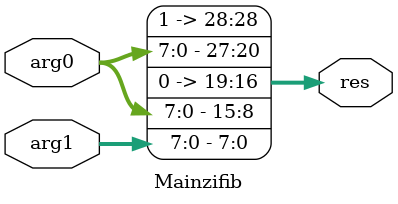
<source format=sv>
module top_level (input logic [0:0] clk,
  input logic [0:0] rst,
  input logic [0:0] __in0,
  output logic [7:0] __out0);
  logic [20:0] gzdLLzicase7138;
  logic [28:0] callRes;
  logic [20:0] gzdLLzicase7140;
  logic [28:0] callResR1;
  logic [20:0] gzdLLzicase7142;
  logic [28:0] callResR2;
  logic [20:0] gzdLLzicase7144;
  logic [28:0] callResR3;
  logic [20:0] gzdLLzicase7146;
  logic [28:0] callResR4;
  logic [20:0] gzdLLzicase7148;
  logic [28:0] callResR5;
  logic [20:0] gzdLLzicase7150;
  logic [28:0] callResR6;
  logic [20:0] gzdLLzicase7152;
  logic [28:0] callResR7;
  logic [20:0] gzdLLzicase7154;
  logic [28:0] callResR8;
  logic [20:0] gzdLLzicase7156;
  logic [28:0] callResR9;
  logic [20:0] gzdLLzicase7158;
  logic [28:0] callResR10;
  logic [20:0] gzdLLzicase7160;
  logic [28:0] callResR11;
  logic [20:0] gzdLLzicase7162;
  logic [28:0] callResR12;
  logic [20:0] gzdLLzicase7164;
  logic [28:0] callResR13;
  logic [20:0] gzdLLzicase7166;
  logic [28:0] callResR14;
  logic [20:0] gzdLLzicase7170;
  logic [28:0] callResR15;
  logic [0:0] __continue;
  logic [19:0] __resumption_tag;
  logic [19:0] __resumption_tag_next;
  assign gzdLLzicase7138 = {__resumption_tag, __in0};
  zdLLzicase7138  zdLLzicase7138 (gzdLLzicase7138[0], callRes);
  assign gzdLLzicase7140 = {__resumption_tag, __in0};
  zdLLzicase7140  zdLLzicase7140 (gzdLLzicase7140[0], callResR1);
  assign gzdLLzicase7142 = {__resumption_tag, __in0};
  zdLLzicase7142  zdLLzicase7142 (gzdLLzicase7142[0], callResR2);
  assign gzdLLzicase7144 = {__resumption_tag, __in0};
  zdLLzicase7144  zdLLzicase7144 (gzdLLzicase7144[0], callResR3);
  assign gzdLLzicase7146 = {__resumption_tag, __in0};
  zdLLzicase7146  zdLLzicase7146 (gzdLLzicase7146[0], callResR4);
  assign gzdLLzicase7148 = {__resumption_tag, __in0};
  zdLLzicase7148  zdLLzicase7148 (gzdLLzicase7148[0], callResR5);
  assign gzdLLzicase7150 = {__resumption_tag, __in0};
  zdLLzicase7150  zdLLzicase7150 (gzdLLzicase7150[0], callResR6);
  assign gzdLLzicase7152 = {__resumption_tag, __in0};
  zdLLzicase7152  zdLLzicase7152 (gzdLLzicase7152[0], callResR7);
  assign gzdLLzicase7154 = {__resumption_tag, __in0};
  zdLLzicase7154  zdLLzicase7154 (gzdLLzicase7154[0], callResR8);
  assign gzdLLzicase7156 = {__resumption_tag, __in0};
  zdLLzicase7156  zdLLzicase7156 (gzdLLzicase7156[0], callResR9);
  assign gzdLLzicase7158 = {__resumption_tag, __in0};
  zdLLzicase7158  zdLLzicase7158 (gzdLLzicase7158[0], callResR10);
  assign gzdLLzicase7160 = {__resumption_tag, __in0};
  zdLLzicase7160  zdLLzicase7160 (gzdLLzicase7160[0], callResR11);
  assign gzdLLzicase7162 = {__resumption_tag, __in0};
  zdLLzicase7162  zdLLzicase7162 (gzdLLzicase7162[0], callResR12);
  assign gzdLLzicase7164 = {__resumption_tag, __in0};
  zdLLzicase7164  zdLLzicase7164 (gzdLLzicase7164[0], callResR13);
  assign gzdLLzicase7166 = {__resumption_tag, __in0};
  zdLLzicase7166  zdLLzicase7166 (gzdLLzicase7166[0], callResR14);
  assign gzdLLzicase7170 = {__resumption_tag, __in0};
  zdLLzicase7170  zdLLzicase7170 (gzdLLzicase7170[16:9], gzdLLzicase7170[8:1], gzdLLzicase7170[0], callResR15);
  assign {__continue, __out0, __resumption_tag_next} = (gzdLLzicase7170[20:17] == 4'h0) ? callResR15 : ((gzdLLzicase7166[20:17] == 4'h1) ? callResR14 : ((gzdLLzicase7164[20:17] == 4'h2) ? callResR13 : ((gzdLLzicase7162[20:17] == 4'h3) ? callResR12 : ((gzdLLzicase7160[20:17] == 4'h4) ? callResR11 : ((gzdLLzicase7158[20:17] == 4'h5) ? callResR10 : ((gzdLLzicase7156[20:17] == 4'h6) ? callResR9 : ((gzdLLzicase7154[20:17] == 4'h7) ? callResR8 : ((gzdLLzicase7152[20:17] == 4'h8) ? callResR7 : ((gzdLLzicase7150[20:17] == 4'h9) ? callResR6 : ((gzdLLzicase7148[20:17] == 4'ha) ? callResR5 : ((gzdLLzicase7146[20:17] == 4'hb) ? callResR4 : ((gzdLLzicase7144[20:17] == 4'hc) ? callResR3 : ((gzdLLzicase7142[20:17] == 4'hd) ? callResR2 : ((gzdLLzicase7140[20:17] == 4'he) ? callResR1 : callRes))))))))))))));
  initial __resumption_tag <= 20'h10000;
  always @ (posedge clk or posedge rst) begin
    if (rst == 1'h1) begin
      __resumption_tag <= 20'h10000;
    end else begin
      __resumption_tag <= __resumption_tag_next;
    end
  end
endmodule

module zdLLzicase7138 (input logic [0:0] arg0,
  output logic [28:0] res);
  logic [0:0] gzdLLzilambda7088;
  logic [0:0] lit;
  assign gzdLLzilambda7088 = arg0;
  assign lit = gzdLLzilambda7088[0];
  assign res = (lit[0] == 1'h1) ? 29'h10d00d15 : 29'h11501522;
endmodule

module zdLLzicase7140 (input logic [0:0] arg0,
  output logic [28:0] res);
  logic [0:0] gzdLLzilambda7084;
  logic [0:0] lit;
  assign gzdLLzilambda7084 = arg0;
  assign lit = gzdLLzilambda7084[0];
  assign res = (lit[0] == 1'h1) ? 29'h1080080d : 29'h10d00d15;
endmodule

module zdLLzicase7142 (input logic [0:0] arg0,
  output logic [28:0] res);
  logic [0:0] gzdLLzilambda7080;
  logic [0:0] lit;
  assign gzdLLzilambda7080 = arg0;
  assign lit = gzdLLzilambda7080[0];
  assign res = (lit[0] == 1'h1) ? 29'h108e0000 : 29'h10df0000;
endmodule

module zdLLzicase7144 (input logic [0:0] arg0,
  output logic [28:0] res);
  logic [0:0] gzdLLzilambda7076;
  logic [28:0] callRes;
  assign gzdLLzilambda7076 = arg0;
  zdLLzilambda7076  zdLLzilambda7076 (gzdLLzilambda7076[0], callRes);
  assign res = callRes;
endmodule

module zdLLzicase7146 (input logic [0:0] arg0,
  output logic [28:0] res);
  logic [0:0] gzdLLzilambda7076;
  logic [28:0] callRes;
  assign gzdLLzilambda7076 = arg0;
  zdLLzilambda7076  zdLLzilambda7076 (gzdLLzilambda7076[0], callRes);
  assign res = callRes;
endmodule

module zdLLzicase7148 (input logic [0:0] arg0,
  output logic [28:0] res);
  logic [0:0] gzdLLzilambda7072;
  logic [28:0] callRes;
  assign gzdLLzilambda7072 = arg0;
  zdLLzilambda7072  zdLLzilambda7072 (gzdLLzilambda7072[0], callRes);
  assign res = callRes;
endmodule

module zdLLzicase7150 (input logic [0:0] arg0,
  output logic [28:0] res);
  logic [0:0] gzdLLzilambda7072;
  logic [28:0] callRes;
  assign gzdLLzilambda7072 = arg0;
  zdLLzilambda7072  zdLLzilambda7072 (gzdLLzilambda7072[0], callRes);
  assign res = callRes;
endmodule

module zdLLzicase7152 (input logic [0:0] arg0,
  output logic [28:0] res);
  logic [0:0] gzdLLzilambda7068;
  logic [28:0] callRes;
  assign gzdLLzilambda7068 = arg0;
  zdLLzilambda7068  zdLLzilambda7068 (gzdLLzilambda7068[0], callRes);
  assign res = callRes;
endmodule

module zdLLzicase7154 (input logic [0:0] arg0,
  output logic [28:0] res);
  logic [0:0] gzdLLzilambda7068;
  logic [28:0] callRes;
  assign gzdLLzilambda7068 = arg0;
  zdLLzilambda7068  zdLLzilambda7068 (gzdLLzilambda7068[0], callRes);
  assign res = callRes;
endmodule

module zdLLzicase7156 (input logic [0:0] arg0,
  output logic [28:0] res);
  logic [0:0] gzdLLzilambda7064;
  logic [28:0] callRes;
  assign gzdLLzilambda7064 = arg0;
  zdLLzilambda7064  zdLLzilambda7064 (gzdLLzilambda7064[0], callRes);
  assign res = callRes;
endmodule

module zdLLzicase7158 (input logic [0:0] arg0,
  output logic [28:0] res);
  logic [0:0] gzdLLzilambda7064;
  logic [28:0] callRes;
  assign gzdLLzilambda7064 = arg0;
  zdLLzilambda7064  zdLLzilambda7064 (gzdLLzilambda7064[0], callRes);
  assign res = callRes;
endmodule

module zdLLzicase7160 (input logic [0:0] arg0,
  output logic [28:0] res);
  logic [0:0] gzdLLzilambda7060;
  logic [28:0] callRes;
  assign gzdLLzilambda7060 = arg0;
  zdLLzilambda7060  zdLLzilambda7060 (gzdLLzilambda7060[0], callRes);
  assign res = callRes;
endmodule

module zdLLzicase7162 (input logic [0:0] arg0,
  output logic [28:0] res);
  logic [0:0] gzdLLzilambda7060;
  logic [28:0] callRes;
  assign gzdLLzilambda7060 = arg0;
  zdLLzilambda7060  zdLLzilambda7060 (gzdLLzilambda7060[0], callRes);
  assign res = callRes;
endmodule

module zdLLzicase7164 (input logic [0:0] arg0,
  output logic [28:0] res);
  logic [0:0] gzdLLzilambda7056;
  logic [28:0] callRes;
  assign gzdLLzilambda7056 = arg0;
  zdLLzilambda7056  zdLLzilambda7056 (gzdLLzilambda7056[0], callRes);
  assign res = callRes;
endmodule

module zdLLzicase7166 (input logic [0:0] arg0,
  output logic [28:0] res);
  logic [0:0] gzdLLzilambda7056;
  logic [28:0] callRes;
  assign gzdLLzilambda7056 = arg0;
  zdLLzilambda7056  zdLLzilambda7056 (gzdLLzilambda7056[0], callRes);
  assign res = callRes;
endmodule

module zdLLzicase7170 (input logic [7:0] arg0,
  input logic [7:0] arg1,
  input logic [0:0] arg2,
  output logic [28:0] res);
  logic [16:0] gzdLLzilambda7054;
  logic [16:0] gzdLLzicase7173;
  logic [15:0] gzdLLzicase7047;
  logic [15:0] binOp;
  logic [15:0] gMainzifib;
  logic [28:0] callRes;
  logic [16:0] gzdLLzicase7050;
  logic [15:0] gMainzifibR1;
  logic [28:0] callResR1;
  assign gzdLLzilambda7054 = {arg0, arg1, arg2};
  assign gzdLLzicase7173 = {gzdLLzilambda7054[0], gzdLLzilambda7054[8:1], gzdLLzilambda7054[16:9]};
  assign gzdLLzicase7047 = {gzdLLzicase7173[15:8], gzdLLzicase7173[7:0]};
  assign binOp = {gzdLLzicase7047[7:0], gzdLLzicase7047[15:8]};
  assign gMainzifib = {gzdLLzicase7047[15:8], binOp[15:8] + binOp[7:0]};
  Mainzifib  Mainzifib (gMainzifib[15:8], gMainzifib[7:0], callRes);
  assign gzdLLzicase7050 = {gzdLLzilambda7054[0], gzdLLzilambda7054[16:9], gzdLLzilambda7054[8:1]};
  assign gMainzifibR1 = {gzdLLzicase7050[15:8], gzdLLzicase7050[7:0]};
  Mainzifib  MainzifibR1 (gMainzifibR1[15:8], gMainzifibR1[7:0], callResR1);
  assign res = (gzdLLzicase7050[16] == 1'h1) ? callResR1 : callRes;
endmodule

module zdLLzilambda7056 (input logic [0:0] arg0,
  output logic [28:0] res);
  logic [0:0] lit;
  assign lit = arg0;
  assign res = (lit[0] == 1'h1) ? 29'h10020000 : 29'h10130000;
endmodule

module zdLLzilambda7060 (input logic [0:0] arg0,
  output logic [28:0] res);
  logic [0:0] lit;
  assign lit = arg0;
  assign res = (lit[0] == 1'h1) ? 29'h10140000 : 29'h10150000;
endmodule

module zdLLzilambda7064 (input logic [0:0] arg0,
  output logic [28:0] res);
  logic [0:0] lit;
  assign lit = arg0;
  assign res = (lit[0] == 1'h1) ? 29'h10160000 : 29'h10270000;
endmodule

module zdLLzilambda7068 (input logic [0:0] arg0,
  output logic [28:0] res);
  logic [0:0] lit;
  assign lit = arg0;
  assign res = (lit[0] == 1'h1) ? 29'h10280000 : 29'h10390000;
endmodule

module zdLLzilambda7072 (input logic [0:0] arg0,
  output logic [28:0] res);
  logic [0:0] lit;
  assign lit = arg0;
  assign res = (lit[0] == 1'h1) ? 29'h103a0000 : 29'h105b0000;
endmodule

module zdLLzilambda7076 (input logic [0:0] arg0,
  output logic [28:0] res);
  logic [0:0] lit;
  assign lit = arg0;
  assign res = (lit[0] == 1'h1) ? 29'h105c0000 : 29'h108d0000;
endmodule

module Mainzifib (input logic [7:0] arg0,
  input logic [7:0] arg1,
  output logic [28:0] res);
  assign res = {1'h1, arg0, 4'h0, arg0, arg1};
endmodule
</source>
